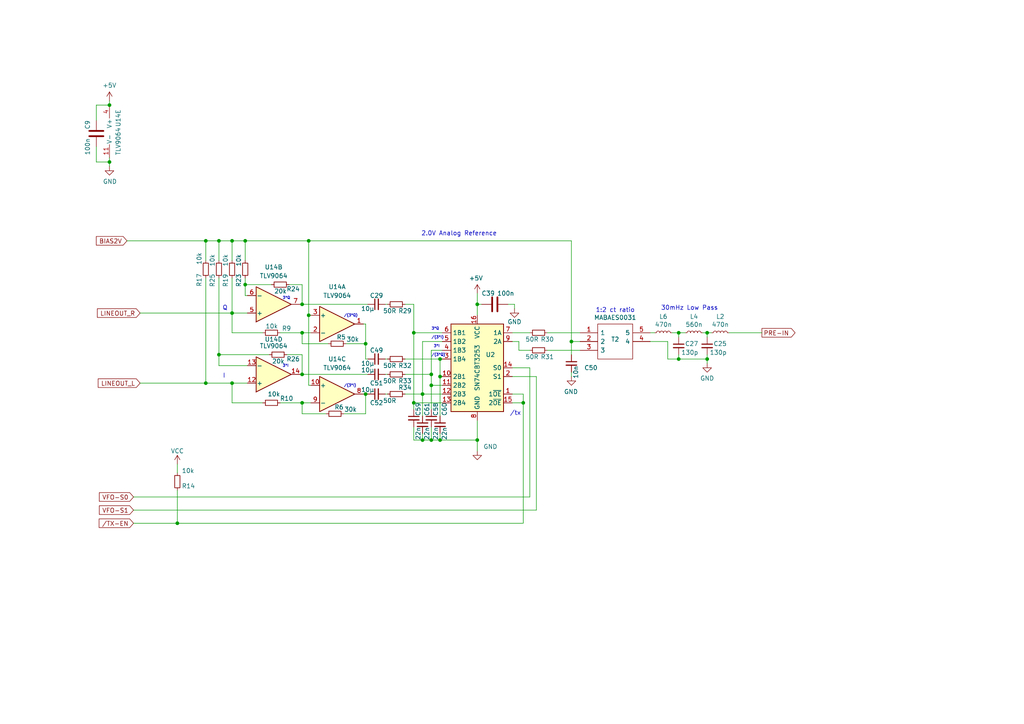
<source format=kicad_sch>
(kicad_sch (version 20230121) (generator eeschema)
  (paper "A4")
  (title_block (title "HF IQ Transceiver PiggyBack for Pi (not a hat)") (date "2024-01-21") (rev "2.0-1") (company "AE0GL: Mario P. Vano") (comment 1 "Sheet 1: Power Supplies, Headset and GPIO"))
  (lib_symbols
    (symbol "Amplifier_Operational:TLV9064" (pin_names (offset 0.127))
      (property "Reference" "U" (at 0 5.08 0))
      (property "Value" "TLV9064" (at 0 -5.08 0))
      (symbol "TLV9064_1_1"
        (polyline (pts (xy -5.08 5.08) (xy 5.08 0) (xy -5.08 -5.08) (xy -5.08 5.08)) (stroke (width 0.254)) (fill (type background)))
        (pin output line (at 7.62 0 180) (length 2.54) (name "~") (number "1"))
        (pin input line (at -7.62 -2.54 0) (length 2.54) (name "-") (number "2"))
        (pin input line (at -7.62 2.54 0) (length 2.54) (name "+") (number "3"))
      )
      (symbol "TLV9064_2_1"
        (polyline (pts (xy -5.08 5.08) (xy 5.08 0) (xy -5.08 -5.08) (xy -5.08 5.08)) (stroke (width 0.254)) (fill (type background)))
        (pin input line (at -7.62 2.54 0) (length 2.54) (name "+") (number "5"))
        (pin input line (at -7.62 -2.54 0) (length 2.54) (name "-") (number "6"))
        (pin output line (at 7.62 0 180) (length 2.54) (name "~") (number "7"))
      )
      (symbol "TLV9064_3_1"
        (polyline (pts (xy -5.08 5.08) (xy 5.08 0) (xy -5.08 -5.08) (xy -5.08 5.08)) (stroke (width 0.254)) (fill (type background)))
        (pin input line (at -7.62 2.54 0) (length 2.54) (name "+") (number "10"))
        (pin output line (at 7.62 0 180) (length 2.54) (name "~") (number "8"))
        (pin input line (at -7.62 -2.54 0) (length 2.54) (name "-") (number "9"))
      )
      (symbol "TLV9064_4_1"
        (polyline (pts (xy -5.08 5.08) (xy 5.08 0) (xy -5.08 -5.08) (xy -5.08 5.08)) (stroke (width 0.254)) (fill (type background)))
        (pin input line (at -7.62 2.54 0) (length 2.54) (name "+") (number "12"))
        (pin input line (at -7.62 -2.54 0) (length 2.54) (name "-") (number "13"))
        (pin output line (at 7.62 0 180) (length 2.54) (name "~") (number "14"))
      )
      (symbol "TLV9064_5_1"
        (pin power_in line (at -2.54 -7.62 90) (length 3.81) (name "V-") (number "11"))
        (pin power_in line (at -2.54 7.62 270) (length 3.81) (name "V+") (number "4"))
      )
    )
    (symbol "Analog_Switch:SN74CBT3253"
      (property "Reference" "U" (at -7.62 13.97 0))
      (property "Value" "SN74CBT3253" (at -11.43 -13.97 0))
      (symbol "SN74CBT3253_0_1"
        (rectangle (start -7.62 12.7) (end 7.62 -12.7) (stroke (width 0.254)) (fill (type background)))
        (rectangle (start 7.62 -12.7) (end 7.62 -12.7))
      )
      (symbol "SN74CBT3253_1_1"
        (pin input line (at -10.16 -7.62 0) (length 2.54) (name "1~{OE}") (number "1"))
        (pin bidirectional line (at 10.16 -2.54 180) (length 2.54) (name "2B1") (number "10"))
        (pin bidirectional line (at 10.16 -5.08 180) (length 2.54) (name "2B2") (number "11"))
        (pin bidirectional line (at 10.16 -7.62 180) (length 2.54) (name "2B3") (number "12"))
        (pin bidirectional line (at 10.16 -10.16 180) (length 2.54) (name "2B4") (number "13"))
        (pin input line (at -10.16 0 0) (length 2.54) (name "S0") (number "14"))
        (pin input line (at -10.16 -10.16 0) (length 2.54) (name "2~{OE}") (number "15"))
        (pin power_in line (at 0 15.24 270) (length 2.54) (name "VCC") (number "16"))
        (pin input line (at -10.16 -2.54 0) (length 2.54) (name "S1") (number "2"))
        (pin bidirectional line (at 10.16 2.54 180) (length 2.54) (name "1B4") (number "3"))
        (pin bidirectional line (at 10.16 5.08 180) (length 2.54) (name "1B3") (number "4"))
        (pin bidirectional line (at 10.16 7.62 180) (length 2.54) (name "1B2") (number "5"))
        (pin bidirectional line (at 10.16 10.16 180) (length 2.54) (name "1B1") (number "6"))
        (pin bidirectional line (at -10.16 10.16 0) (length 2.54) (name "1A") (number "7"))
        (pin power_in line (at 0 -15.24 90) (length 2.54) (name "GND") (number "8"))
        (pin bidirectional line (at -10.16 7.62 0) (length 2.54) (name "2A") (number "9"))
      )
    )
    (symbol "Device:C" (pin_numbers hide) (pin_names (offset 0.254))
      (property "Reference" "C" (at 0.635 2.54 0))
      (property "Value" "C" (at 0.635 -2.54 0))
      (symbol "C_0_1"
        (polyline (pts (xy -2.032 -0.762) (xy 2.032 -0.762)) (stroke (width 0.508)))
        (polyline (pts (xy -2.032 0.762) (xy 2.032 0.762)) (stroke (width 0.508)))
      )
      (symbol "C_1_1"
        (pin passive line (at 0 3.81 270) (length 2.794) (name "~") (number "1"))
        (pin passive line (at 0 -3.81 90) (length 2.794) (name "~") (number "2"))
      )
    )
    (symbol "Device:C_Small" (pin_numbers hide) (pin_names (offset 0.254) hide)
      (property "Reference" "C" (at 0.254 1.778 0))
      (property "Value" "C_Small" (at 0.254 -2.032 0))
      (symbol "C_Small_0_1"
        (polyline (pts (xy -1.524 -0.508) (xy 1.524 -0.508)) (stroke (width 0.3302)))
        (polyline (pts (xy -1.524 0.508) (xy 1.524 0.508)) (stroke (width 0.3048)))
      )
      (symbol "C_Small_1_1"
        (pin passive line (at 0 2.54 270) (length 2.032) (name "~") (number "1"))
        (pin passive line (at 0 -2.54 90) (length 2.032) (name "~") (number "2"))
      )
    )
    (symbol "Device:L_Small" (pin_numbers hide) (pin_names (offset 0.254) hide)
      (property "Reference" "L" (at 0.762 1.016 0))
      (property "Value" "L_Small" (at 0.762 -1.016 0))
      (symbol "L_Small_0_1"
        (arc (start 0 -2.032) (mid 0.5058 -1.524) (end 0 -1.016))
        (arc (start 0 -1.016) (mid 0.5058 -0.508) (end 0 0))
        (arc (start 0 0) (mid 0.5058 0.508) (end 0 1.016))
        (arc (start 0 1.016) (mid 0.5058 1.524) (end 0 2.032))
      )
      (symbol "L_Small_1_1"
        (pin passive line (at 0 2.54 270) (length 0.508) (name "~") (number "1"))
        (pin passive line (at 0 -2.54 90) (length 0.508) (name "~") (number "2"))
      )
    )
    (symbol "Device:R_Small" (pin_numbers hide) (pin_names (offset 0.254) hide)
      (property "Reference" "R" (at 0.762 0.508 0))
      (property "Value" "R_Small" (at 0.762 -1.016 0))
      (symbol "R_Small_0_1"
        (rectangle (start -0.762 1.778) (end 0.762 -1.778) (stroke (width 0.2032)))
      )
      (symbol "R_Small_1_1"
        (pin passive line (at 0 2.54 270) (length 0.762) (name "~") (number "1"))
        (pin passive line (at 0 -2.54 90) (length 0.762) (name "~") (number "2"))
      )
    )
    (symbol "MABAES0060:MABAES0031" (pin_names (offset 0.762))
      (property "Reference" "T" (at 16.51 7.62 0))
      (property "Value" "MABAES0031" (at 16.51 5.08 0))
      (symbol "MABAES0031_0_0"
        (pin passive line (at 20.32 0 180) (length 5.08) (name "1") (number "1"))
        (pin passive line (at 20.32 -2.54 180) (length 5.08) (name "2") (number "2"))
        (pin passive line (at 20.32 -5.08 180) (length 5.08) (name "3") (number "3"))
        (pin passive line (at 0 -2.54 0) (length 5.08) (name "4") (number "4"))
        (pin passive line (at 0 0 0) (length 5.08) (name "5") (number "5"))
      )
      (symbol "MABAES0031_0_1"
        (polyline (pts (xy 5.08 2.54) (xy 15.24 2.54) (xy 15.24 -7.62) (xy 5.08 -7.62) (xy 5.08 2.54)) (stroke (width 0.1524)))
      )
    )
    (symbol "power:+5V" (power) (pin_names (offset 0))
      (property "Value" "+5V" (at 0 3.556 0))
      (symbol "+5V_0_1"
        (polyline (pts (xy -0.762 1.27) (xy 0 2.54)))
        (polyline (pts (xy 0 0) (xy 0 2.54)))
        (polyline (pts (xy 0 2.54) (xy 0.762 1.27)))
      )
      (symbol "+5V_1_1"
        (pin power_in line (at 0 0 90) (length 0) hide (name "+5V") (number "1"))
      )
    )
    (symbol "power:GND" (power) (pin_names (offset 0))
      (property "Value" "GND" (at 0 -3.81 0))
      (symbol "GND_0_1"
        (polyline (pts (xy 0 0) (xy 0 -1.27) (xy 1.27 -1.27) (xy 0 -2.54) (xy -1.27 -1.27) (xy 0 -1.27)))
      )
      (symbol "GND_1_1"
        (pin power_in line (at 0 0 270) (length 0) hide (name "GND") (number "1"))
      )
    )
    (symbol "power:VCC" (power) (pin_names (offset 0))
      (property "Value" "VCC" (at 0 3.81 0))
      (symbol "VCC_0_1"
        (polyline (pts (xy -0.762 1.27) (xy 0 2.54)))
        (polyline (pts (xy 0 0) (xy 0 2.54)))
        (polyline (pts (xy 0 2.54) (xy 0.762 1.27)))
      )
      (symbol "VCC_1_1"
        (pin power_in line (at 0 0 90) (length 0) hide (name "VCC") (number "1"))
      )
    )
  )
  (junction (at 106.045 99.695))
  (junction (at 87.63 96.52))
  (junction (at 196.85 96.52))
  (junction (at 89.535 91.44))
  (junction (at 71.12 69.85))
  (junction (at 120.015 116.84))
  (junction (at 89.535 69.85))
  (junction (at 71.12 82.55))
  (junction (at 106.045 114.3))
  (junction (at 125.095 127.635))
  (junction (at 138.43 127.635))
  (junction (at 125.095 108.585))
  (junction (at 205.105 96.52))
  (junction (at 67.31 90.805))
  (junction (at 51.435 151.765))
  (junction (at 87.63 116.84))
  (junction (at 120.015 96.52))
  (junction (at 127.635 109.22))
  (junction (at 151.765 116.84))
  (junction (at 31.75 46.99))
  (junction (at 63.5 69.85))
  (junction (at 67.31 69.85))
  (junction (at 165.735 99.06))
  (junction (at 87.63 108.585))
  (junction (at 122.555 127.635))
  (junction (at 63.5 102.87))
  (junction (at 59.69 111.125))
  (junction (at 196.85 104.14))
  (junction (at 87.63 88.265))
  (junction (at 127.635 104.14))
  (junction (at 127.635 127.635))
  (junction (at 122.555 114.3))
  (junction (at 125.095 111.76))
  (junction (at 205.105 104.14))
  (junction (at 138.43 88.265))
  (junction (at 67.31 111.125))
  (junction (at 31.75 30.48))
  (junction (at 59.69 69.85))
  (wire (pts (xy 138.43 127.635) (xy 138.43 130.81)))
  (wire (pts (xy 168.275 99.06) (xy 165.735 99.06)))
  (wire (pts (xy 106.045 120.015) (xy 106.045 114.3)))
  (wire (pts (xy 67.31 69.85) (xy 67.31 75.565)))
  (wire (pts (xy 38.735 151.765) (xy 51.435 151.765)))
  (wire (pts (xy 59.69 69.85) (xy 59.69 75.565)))
  (wire (pts (xy 151.765 116.84) (xy 151.765 151.765)))
  (wire (pts (xy 149.225 88.265) (xy 147.32 88.265)))
  (wire (pts (xy 76.2 116.84) (xy 67.31 116.84)))
  (wire (pts (xy 83.82 82.55) (xy 87.63 82.55)))
  (wire (pts (xy 87.63 108.585) (xy 106.68 108.585)))
  (wire (pts (xy 63.5 75.565) (xy 63.5 69.85)))
  (wire (pts (xy 94.615 120.015) (xy 87.63 120.015)))
  (wire (pts (xy 71.755 111.125) (xy 67.31 111.125)))
  (wire (pts (xy 151.765 114.3) (xy 151.765 116.84)))
  (wire (pts (xy 196.85 104.14) (xy 193.675 104.14)))
  (wire (pts (xy 63.5 102.87) (xy 63.5 106.045)))
  (wire (pts (xy 196.85 97.79) (xy 196.85 96.52)))
  (wire (pts (xy 89.535 111.76) (xy 90.17 111.76)))
  (wire (pts (xy 196.85 104.14) (xy 196.85 102.87)))
  (wire (pts (xy 120.015 116.84) (xy 128.27 116.84)))
  (wire (pts (xy 71.12 85.725) (xy 71.755 85.725)))
  (wire (pts (xy 51.435 134.62) (xy 51.435 137.16)))
  (wire (pts (xy 51.435 151.765) (xy 151.765 151.765)))
  (wire (pts (xy 120.015 88.265) (xy 117.475 88.265)))
  (wire (pts (xy 106.045 104.14) (xy 106.045 99.695)))
  (wire (pts (xy 127.635 127.635) (xy 127.635 125.73)))
  (wire (pts (xy 206.375 96.52) (xy 205.105 96.52)))
  (wire (pts (xy 127.635 127.635) (xy 138.43 127.635)))
  (wire (pts (xy 106.045 114.3) (xy 105.41 114.3)))
  (wire (pts (xy 122.555 127.635) (xy 125.095 127.635)))
  (wire (pts (xy 111.76 108.585) (xy 112.395 108.585)))
  (wire (pts (xy 76.2 96.52) (xy 67.31 96.52)))
  (wire (pts (xy 120.015 123.825) (xy 120.015 127.635)))
  (wire (pts (xy 106.68 88.265) (xy 87.63 88.265)))
  (wire (pts (xy 81.28 96.52) (xy 87.63 96.52)))
  (wire (pts (xy 125.095 101.6) (xy 125.095 108.585)))
  (wire (pts (xy 122.555 127.635) (xy 122.555 125.73)))
  (wire (pts (xy 40.64 90.805) (xy 67.31 90.805)))
  (wire (pts (xy 205.105 104.14) (xy 205.105 105.41)))
  (wire (pts (xy 51.435 142.24) (xy 51.435 151.765)))
  (wire (pts (xy 112.395 104.14) (xy 111.76 104.14)))
  (wire (pts (xy 59.69 69.85) (xy 36.83 69.85)))
  (wire (pts (xy 205.105 96.52) (xy 203.835 96.52)))
  (wire (pts (xy 87.63 99.695) (xy 87.63 96.52)))
  (wire (pts (xy 120.015 88.265) (xy 120.015 96.52)))
  (wire (pts (xy 87.63 102.87) (xy 87.63 108.585)))
  (wire (pts (xy 127.635 109.22) (xy 127.635 120.65)))
  (wire (pts (xy 71.12 69.85) (xy 67.31 69.85)))
  (wire (pts (xy 78.74 82.55) (xy 71.12 82.55)))
  (wire (pts (xy 120.015 127.635) (xy 122.555 127.635)))
  (wire (pts (xy 148.59 114.3) (xy 151.765 114.3)))
  (wire (pts (xy 128.27 99.06) (xy 122.555 99.06)))
  (wire (pts (xy 89.535 91.44) (xy 89.535 111.76)))
  (wire (pts (xy 31.75 45.72) (xy 31.75 46.99)))
  (wire (pts (xy 59.69 111.125) (xy 67.31 111.125)))
  (wire (pts (xy 151.765 116.84) (xy 148.59 116.84)))
  (wire (pts (xy 27.94 42.545) (xy 27.94 46.99)))
  (wire (pts (xy 89.535 69.85) (xy 89.535 91.44)))
  (wire (pts (xy 189.865 96.52) (xy 188.595 96.52)))
  (wire (pts (xy 87.63 88.265) (xy 87.63 82.55)))
  (wire (pts (xy 150.495 99.06) (xy 148.59 99.06)))
  (wire (pts (xy 106.68 114.3) (xy 106.045 114.3)))
  (wire (pts (xy 165.735 69.85) (xy 165.735 99.06)))
  (wire (pts (xy 122.555 99.06) (xy 122.555 114.3)))
  (wire (pts (xy 59.69 80.645) (xy 59.69 111.125)))
  (wire (pts (xy 155.575 147.955) (xy 155.575 109.22)))
  (wire (pts (xy 125.095 127.635) (xy 125.095 123.825)))
  (wire (pts (xy 125.095 127.635) (xy 127.635 127.635)))
  (wire (pts (xy 153.67 106.68) (xy 148.59 106.68)))
  (wire (pts (xy 158.75 101.6) (xy 168.275 101.6)))
  (wire (pts (xy 67.31 80.645) (xy 67.31 90.805)))
  (wire (pts (xy 95.25 99.695) (xy 87.63 99.695)))
  (wire (pts (xy 63.5 80.645) (xy 63.5 102.87)))
  (wire (pts (xy 99.695 120.015) (xy 106.045 120.015)))
  (wire (pts (xy 38.735 147.955) (xy 155.575 147.955)))
  (wire (pts (xy 150.495 101.6) (xy 150.495 99.06)))
  (wire (pts (xy 117.475 108.585) (xy 125.095 108.585)))
  (wire (pts (xy 127.635 104.14) (xy 127.635 109.22)))
  (wire (pts (xy 81.28 116.84) (xy 87.63 116.84)))
  (wire (pts (xy 27.94 46.99) (xy 31.75 46.99)))
  (wire (pts (xy 205.105 104.14) (xy 196.85 104.14)))
  (wire (pts (xy 31.75 29.21) (xy 31.75 30.48)))
  (wire (pts (xy 205.105 102.87) (xy 205.105 104.14)))
  (wire (pts (xy 122.555 114.3) (xy 117.475 114.3)))
  (wire (pts (xy 106.045 93.98) (xy 105.41 93.98)))
  (wire (pts (xy 27.94 30.48) (xy 31.75 30.48)))
  (wire (pts (xy 125.095 111.76) (xy 128.27 111.76)))
  (wire (pts (xy 90.17 91.44) (xy 89.535 91.44)))
  (wire (pts (xy 205.105 97.79) (xy 205.105 96.52)))
  (wire (pts (xy 122.555 114.3) (xy 128.27 114.3)))
  (wire (pts (xy 63.5 69.85) (xy 59.69 69.85)))
  (wire (pts (xy 40.64 111.125) (xy 59.69 111.125)))
  (wire (pts (xy 120.015 96.52) (xy 120.015 116.84)))
  (wire (pts (xy 27.94 34.925) (xy 27.94 30.48)))
  (wire (pts (xy 153.67 101.6) (xy 150.495 101.6)))
  (wire (pts (xy 86.995 88.265) (xy 87.63 88.265)))
  (wire (pts (xy 67.31 90.805) (xy 67.31 96.52)))
  (wire (pts (xy 71.12 80.645) (xy 71.12 82.55)))
  (wire (pts (xy 67.31 116.84) (xy 67.31 111.125)))
  (wire (pts (xy 83.185 102.87) (xy 87.63 102.87)))
  (wire (pts (xy 90.17 116.84) (xy 87.63 116.84)))
  (wire (pts (xy 86.995 108.585) (xy 87.63 108.585)))
  (wire (pts (xy 196.85 96.52) (xy 194.945 96.52)))
  (wire (pts (xy 120.015 116.84) (xy 120.015 118.745)))
  (wire (pts (xy 139.7 88.265) (xy 138.43 88.265)))
  (wire (pts (xy 165.735 102.87) (xy 165.735 99.06)))
  (wire (pts (xy 138.43 85.09) (xy 138.43 88.265)))
  (wire (pts (xy 106.045 99.695) (xy 106.045 93.98)))
  (wire (pts (xy 138.43 88.265) (xy 138.43 91.44)))
  (wire (pts (xy 106.68 104.14) (xy 106.045 104.14)))
  (wire (pts (xy 220.98 96.52) (xy 211.455 96.52)))
  (wire (pts (xy 149.225 89.535) (xy 149.225 88.265)))
  (wire (pts (xy 128.27 101.6) (xy 125.095 101.6)))
  (wire (pts (xy 125.095 108.585) (xy 125.095 111.76)))
  (wire (pts (xy 87.63 96.52) (xy 90.17 96.52)))
  (wire (pts (xy 127.635 109.22) (xy 128.27 109.22)))
  (wire (pts (xy 89.535 69.85) (xy 71.12 69.85)))
  (wire (pts (xy 71.12 82.55) (xy 71.12 85.725)))
  (wire (pts (xy 31.75 46.99) (xy 31.75 48.26)))
  (wire (pts (xy 193.675 99.06) (xy 188.595 99.06)))
  (wire (pts (xy 71.12 75.565) (xy 71.12 69.85)))
  (wire (pts (xy 153.67 144.145) (xy 153.67 106.68)))
  (wire (pts (xy 78.105 102.87) (xy 63.5 102.87)))
  (wire (pts (xy 128.27 104.14) (xy 127.635 104.14)))
  (wire (pts (xy 67.31 69.85) (xy 63.5 69.85)))
  (wire (pts (xy 67.31 90.805) (xy 71.755 90.805)))
  (wire (pts (xy 127.635 104.14) (xy 117.475 104.14)))
  (wire (pts (xy 138.43 121.92) (xy 138.43 127.635)))
  (wire (pts (xy 100.33 99.695) (xy 106.045 99.695)))
  (wire (pts (xy 112.395 88.265) (xy 111.76 88.265)))
  (wire (pts (xy 155.575 109.22) (xy 148.59 109.22)))
  (wire (pts (xy 198.755 96.52) (xy 196.85 96.52)))
  (wire (pts (xy 122.555 120.65) (xy 122.555 114.3)))
  (wire (pts (xy 63.5 106.045) (xy 71.755 106.045)))
  (wire (pts (xy 125.095 118.745) (xy 125.095 111.76)))
  (wire (pts (xy 112.395 114.3) (xy 111.76 114.3)))
  (wire (pts (xy 148.59 96.52) (xy 153.67 96.52)))
  (wire (pts (xy 165.735 69.85) (xy 89.535 69.85)))
  (wire (pts (xy 165.735 109.22) (xy 165.735 107.95)))
  (wire (pts (xy 158.75 96.52) (xy 168.275 96.52)))
  (wire (pts (xy 87.63 116.84) (xy 87.63 120.015)))
  (wire (pts (xy 38.735 144.145) (xy 153.67 144.145)))
  (wire (pts (xy 128.27 96.52) (xy 120.015 96.52)))
  (wire (pts (xy 193.675 104.14) (xy 193.675 99.06)))
  (text "3*Q" (at 125.095 95.885 0) (effects (font (size 0.762 0.762)) (justify left bottom)))
  (text "2.0V Analog Reference" (at 144.145 68.58 0) (effects (font (size 1.27 1.27)) (justify right bottom)))
  (text "3*I" (at 81.915 106.68 0) (effects (font (size 0.762 0.762)) (justify left bottom)))
  (text "Q" (at 66.04 90.17 0) (effects (font (size 1.27 1.27)) (justify right bottom)))
  (text "1:2 ct ratio" (at 184.15 90.805 0) (effects (font (size 1.27 1.27)) (justify right bottom)))
  (text "/(3*Q)" (at 125.095 103.505 0) (effects (font (size 0.762 0.762)) (justify left bottom)))
  (text "30mHz Low Pass" (at 208.28 90.17 0) (effects (font (size 1.27 1.27)) (justify right bottom)))
  (text "3*Q" (at 81.915 86.995 0) (effects (font (size 0.762 0.762)) (justify left bottom)))
  (text "I" (at 65.405 109.855 0) (effects (font (size 1.27 1.27)) (justify right bottom)))
  (text "/(3*Q)" (at 99.695 92.075 0) (effects (font (size 0.762 0.762)) (justify left bottom)))
  (text "/tx" (at 151.13 120.65 0) (effects (font (size 1.27 1.27)) (justify right bottom)))
  (text "3*I" (at 125.73 100.965 0) (effects (font (size 0.762 0.762)) (justify left bottom)))
  (text "/(3*I)" (at 99.695 112.395 0) (effects (font (size 0.762 0.762)) (justify left bottom)))
  (text "/(3*I)" (at 125.095 98.425 0) (effects (font (size 0.762 0.762)) (justify left bottom)))
  (global_label "VFO-S0" (shape input) (at 38.735 144.145 180) (property "Intersheetrefs" "${INTERSHEET_REFS}" (effects hide)))
  (global_label "LINEOUT_R" (shape input) (at 40.64 90.805 180) (property "Intersheetrefs" "${INTERSHEET_REFS}" (effects hide)))
  (global_label "LINEOUT_L" (shape input) (at 40.64 111.125 180) (property "Intersheetrefs" "${INTERSHEET_REFS}" (effects hide)))
  (global_label "{slash}TX-EN" (shape input) (at 38.735 151.765 180) (property "Intersheetrefs" "${INTERSHEET_REFS}" (effects hide)))
  (global_label "PRE-IN" (shape output) (at 220.98 96.52 0) (property "Intersheetrefs" "${INTERSHEET_REFS}" (effects hide)))
  (global_label "VFO-S1" (shape input) (at 38.735 147.955 180) (property "Intersheetrefs" "${INTERSHEET_REFS}" (effects hide)))
  (global_label "BIAS2V" (shape input) (at 36.83 69.85 180) (property "Intersheetrefs" "${INTERSHEET_REFS}" (effects hide)))
  (symbol (lib_id "Device:R_Small") (at 78.74 116.84 90) (unit 1)
    (property "Reference" "R10" (at 85.09 115.57 90) (effects (justify left)))
    (property "Value" "10k" (at 81.28 114.3 90) (effects (justify left)))
    (property "Footprint" "Resistor_SMD:R_0603_1608Metric" (effects hide))
    (property "DigiKey Part Number" "RMCF0603FT10K0CT-ND" (effects hide))
    (property "Description" "RES 10K OHM 1% 1/10W 0603" (effects hide))
    (property "Manufacturer_Part_Number" "RMCF0603FT10K0" (effects hide))
    (property "Manufacturer_Name" "Stackpole Electronics Inc" (effects hide))
  )
  (symbol (lib_id "Amplifier_Operational:TLV9064") (at 79.375 88.265 0) (mirror x) (unit 2)
    (property "Reference" "U14" (at 79.375 77.47 0))
    (property "Value" "TLV9064" (at 79.375 80.01 0))
    (property "Footprint" "Package_SO:SO-14_3.9x8.65mm_P1.27mm" (effects hide))
    (property "Datasheet" "https://www.ti.com/lit/ds/symlink/tlv9064.pdf" (effects hide))
    (property "DigiKey Part Number" "296-50014-1-ND" (effects hide))
    (property "Description" "CMOS Amplifier 4 Circuit Rail-to-Rail 14-TSSOP" (effects hide))
    (property "Manufacturer_Part_Number" "TLV9064IPWR" (effects hide))
    (property "Manufacturer_Name" "Texas Instruments" (effects hide))
  )
  (symbol (lib_id "Device:R_Small") (at 114.935 108.585 90) (mirror x) (unit 1)
    (property "Reference" "R33" (at 117.475 110.49 90))
    (property "Value" "50R" (at 113.03 110.49 90))
    (property "Footprint" "Resistor_SMD:R_0603_1608Metric" (effects hide))
    (property "DigiKey Part Number" "RMCF0603FT51R0CT-ND" (effects hide))
    (property "Description" "RES 51 OHM 1% 1/10W 0603" (effects hide))
    (property "Manufacturer_Part_Number" "RMCF0603FT51R0" (effects hide))
    (property "Manufacturer_Name" "Stackpole Electronics Inc" (effects hide))
  )
  (symbol (lib_id "Device:R_Small") (at 71.12 78.105 180) (unit 1)
    (property "Reference" "R23" (at 69.215 79.375 90) (effects (justify left)))
    (property "Value" "10k" (at 69.215 73.66 90) (effects (justify left)))
    (property "Footprint" "Resistor_SMD:R_0603_1608Metric" (effects hide))
    (property "DigiKey Part Number" "RMCF0603FT10K0CT-ND" (effects hide))
    (property "Description" "RES 10K OHM 1% 1/10W 0603" (effects hide))
    (property "Manufacturer_Part_Number" "RMCF0603FT10K0" (effects hide))
    (property "Manufacturer_Name" "Stackpole Electronics Inc" (effects hide))
  )
  (symbol (lib_id "Device:R_Small") (at 156.21 96.52 90) (mirror x) (unit 1)
    (property "Reference" "R30" (at 158.75 98.425 90))
    (property "Value" "50R" (at 154.305 98.425 90))
    (property "Footprint" "Resistor_SMD:R_0603_1608Metric" (effects hide))
    (property "DigiKey Part Number" "RMCF0603FT51R0CT-ND" (effects hide))
    (property "Description" "RES 51 OHM 1% 1/10W 0603" (effects hide))
    (property "Manufacturer_Part_Number" "RMCF0603FT51R0" (effects hide))
    (property "Manufacturer_Name" "Stackpole Electronics Inc" (effects hide))
  )
  (symbol (lib_id "power:GND") (at 205.105 105.41 0) (mirror y) (unit 1)
    (property "Reference" "#PWR01" (effects hide))
    (property "Value" "GND" (at 205.105 109.728 0))
  )
  (symbol (lib_id "Device:R_Small") (at 114.935 114.3 90) (mirror x) (unit 1)
    (property "Reference" "R34" (at 117.475 112.395 90))
    (property "Value" "50R" (at 113.03 116.205 90))
    (property "Footprint" "Resistor_SMD:R_0603_1608Metric" (effects hide))
    (property "DigiKey Part Number" "RMCF0603FT51R0CT-ND" (effects hide))
    (property "Description" "RES 51 OHM 1% 1/10W 0603" (effects hide))
    (property "Manufacturer_Part_Number" "RMCF0603FT51R0" (effects hide))
    (property "Manufacturer_Name" "Stackpole Electronics Inc" (effects hide))
  )
  (symbol (lib_id "Device:C_Small") (at 125.095 121.285 0) (mirror y) (unit 1)
    (property "Reference" "C58" (at 126.365 120.65 90) (effects (justify left)))
    (property "Value" "22n" (at 126.365 127.635 90) (effects (justify left)))
    (property "Footprint" "Capacitor_SMD:C_0603_1608Metric" (effects hide))
    (property "DigiKey Part Number" "490-GRM188R71E224JA88DCT-ND" (effects hide))
    (property "Manufacturer_Part_Number" "GRM188R71E224JA88D" (effects hide))
    (property "Description" "CAP CER 0.22UF 25V X7R 0603" (effects hide))
    (property "Manufacturer_Name" "Murata Electronics" (effects hide))
  )
  (symbol (lib_id "power:GND") (at 149.225 89.535 0) (mirror y) (unit 1)
    (property "Reference" "#PWR07" (effects hide))
    (property "Value" "GND" (at 149.225 93.345 0))
  )
  (symbol (lib_id "Device:R_Small") (at 80.645 102.87 90) (unit 1)
    (property "Reference" "R26" (at 86.995 104.14 90) (effects (justify left)))
    (property "Value" "20k" (at 82.55 104.775 90) (effects (justify left)))
    (property "Footprint" "Resistor_SMD:R_0603_1608Metric" (effects hide))
    (property "DigiKey Part Number" "RMCF0603FT20K0CT-ND" (effects hide))
    (property "Description" "RES 20K OHM 1% 1/10W 0603" (effects hide))
    (property "Manufacturer_Part_Number" "RMCF0603FT20K0" (effects hide))
    (property "Manufacturer_Name" "Stackpole Electronics Inc" (effects hide))
  )
  (symbol (lib_id "Device:R_Small") (at 63.5 78.105 180) (unit 1)
    (property "Reference" "R25" (at 61.595 79.375 90) (effects (justify left)))
    (property "Value" "10k" (at 61.595 73.66 90) (effects (justify left)))
    (property "Footprint" "Resistor_SMD:R_0603_1608Metric" (effects hide))
    (property "DigiKey Part Number" "RMCF0603FT10K0CT-ND" (effects hide))
    (property "Description" "RES 10K OHM 1% 1/10W 0603" (effects hide))
    (property "Manufacturer_Part_Number" "RMCF0603FT10K0" (effects hide))
    (property "Manufacturer_Name" "Stackpole Electronics Inc" (effects hide))
  )
  (symbol (lib_id "power:+5V") (at 138.43 85.09 0) (mirror y) (unit 1)
    (property "Reference" "#PWR020" (effects hide))
    (property "Value" "+5V" (at 138.049 80.6958 0))
  )
  (symbol (lib_id "Device:C") (at 143.51 88.265 90) (unit 1)
    (property "Reference" "C39" (at 141.605 85.09 90))
    (property "Value" "100n" (at 146.685 85.09 90))
    (property "Footprint" "Capacitor_SMD:C_0603_1608Metric" (effects hide))
    (property "DigiKey Part Number" "1276-1033-1-ND" (effects hide))
    (property "Manufacturer_Part_Number" "CL10B104JB8NNNC" (effects hide))
    (property "Description" "0.1 µF ±5% 50V Ceramic Capacitor X7R 0603 (1608 Metric)" (effects hide))
    (property "Manufacturer_Name" "Samsung Electro-Mechanics" (effects hide))
  )
  (symbol (lib_id "power:GND") (at 165.735 109.22 0) (mirror y) (unit 1)
    (property "Reference" "#PWR05" (effects hide))
    (property "Value" "GND" (at 165.608 113.6142 0))
  )
  (symbol (lib_id "Device:C_Small") (at 120.015 121.285 0) (mirror y) (unit 1)
    (property "Reference" "C59" (at 121.285 120.65 90) (effects (justify left)))
    (property "Value" "22n" (at 121.285 127.635 90) (effects (justify left)))
    (property "Footprint" "Capacitor_SMD:C_0603_1608Metric" (effects hide))
    (property "DigiKey Part Number" "490-GRM188R71E224JA88DCT-ND" (effects hide))
    (property "Manufacturer_Part_Number" "GRM188R71E224JA88D" (effects hide))
    (property "Description" "CAP CER 0.22UF 25V X7R 0603" (effects hide))
    (property "Manufacturer_Name" "Murata Electronics" (effects hide))
  )
  (symbol (lib_id "Device:R_Small") (at 67.31 78.105 180) (unit 1)
    (property "Reference" "R19" (at 65.405 79.375 90) (effects (justify left)))
    (property "Value" "10k" (at 65.405 73.66 90) (effects (justify left)))
    (property "Footprint" "Resistor_SMD:R_0603_1608Metric" (effects hide))
    (property "DigiKey Part Number" "RMCF0603FT10K0CT-ND" (effects hide))
    (property "Description" "RES 10K OHM 1% 1/10W 0603" (effects hide))
    (property "Manufacturer_Part_Number" "RMCF0603FT10K0" (effects hide))
    (property "Manufacturer_Name" "Stackpole Electronics Inc" (effects hide))
  )
  (symbol (lib_id "Device:C_Small") (at 127.635 123.19 0) (mirror y) (unit 1)
    (property "Reference" "C60" (at 128.905 120.65 90) (effects (justify left)))
    (property "Value" "22n" (at 128.905 127.635 90) (effects (justify left)))
    (property "Footprint" "Capacitor_SMD:C_0603_1608Metric" (effects hide))
    (property "DigiKey Part Number" "490-GRM188R71E224JA88DCT-ND" (effects hide))
    (property "Manufacturer_Part_Number" "GRM188R71E224JA88D" (effects hide))
    (property "Description" "CAP CER 0.22UF 25V X7R 0603" (effects hide))
    (property "Manufacturer_Name" "Murata Electronics" (effects hide))
  )
  (symbol (lib_id "Device:R_Small") (at 59.69 78.105 0) (unit 1)
    (property "Reference" "R17" (at 57.785 83.185 90) (effects (justify left)))
    (property "Value" "10k" (at 57.785 76.835 90) (effects (justify left)))
    (property "Footprint" "Resistor_SMD:R_0603_1608Metric" (effects hide))
    (property "DigiKey Part Number" "RMCF0603FT10K0CT-ND" (effects hide))
    (property "Description" "RES 10K OHM 1% 1/10W 0603" (effects hide))
    (property "Manufacturer_Part_Number" "RMCF0603FT10K0" (effects hide))
    (property "Manufacturer_Name" "Stackpole Electronics Inc" (effects hide))
  )
  (symbol (lib_id "Amplifier_Operational:TLV9064") (at 97.79 93.98 0) (unit 1)
    (property "Reference" "U14" (at 97.79 83.185 0))
    (property "Value" "TLV9064" (at 97.79 85.725 0))
    (property "Footprint" "Package_SO:SO-14_3.9x8.65mm_P1.27mm" (effects hide))
    (property "Datasheet" "https://www.ti.com/lit/ds/symlink/tlv9064.pdf" (effects hide))
    (property "DigiKey Part Number" "296-50014-1-ND" (effects hide))
    (property "Description" "CMOS Amplifier 4 Circuit Rail-to-Rail 14-TSSOP" (effects hide))
    (property "Manufacturer_Part_Number" "TLV9064IPWR" (effects hide))
    (property "Manufacturer_Name" "Texas Instruments" (effects hide))
  )
  (symbol (lib_id "Device:R_Small") (at 51.435 139.7 0) (mirror x) (unit 1)
    (property "Reference" "R14" (at 52.705 140.97 0) (effects (justify left)))
    (property "Value" "10k" (at 52.705 136.525 0) (effects (justify left)))
    (property "Footprint" "Resistor_SMD:R_0603_1608Metric" (effects hide))
    (property "DigiKey Part Number" "RMCF0603FT10K0CT-ND" (effects hide))
    (property "Description" "RES 10K OHM 1% 1/10W 0603" (effects hide))
    (property "Manufacturer_Part_Number" "RMCF0603FT10K0" (effects hide))
    (property "Manufacturer_Name" "Stackpole Electronics Inc" (effects hide))
  )
  (symbol (lib_id "Device:C_Small") (at 109.22 108.585 90) (mirror x) (unit 1)
    (property "Reference" "C51" (at 109.22 111.125 90))
    (property "Value" "10µ" (at 106.68 107.315 90))
    (property "Footprint" "Capacitor_SMD:C_0603_1608Metric" (effects hide))
    (property "DigiKey Part Number" "1276-1038-1-ND" (effects hide))
    (property "Manufacturer_Part_Number" "CL10A106KQ8NNNC" (effects hide))
    (property "Description" "10 µF ±10% 6.3V Ceramic Capacitor X5R 0603 (1608 Metric)" (effects hide))
    (property "Manufacturer_Name" "Samsung Electro-Mechanics" (effects hide))
  )
  (symbol (lib_id "Device:C_Small") (at 109.22 88.265 90) (mirror x) (unit 1)
    (property "Reference" "C29" (at 109.22 85.725 90))
    (property "Value" "10µ" (at 106.68 89.535 90))
    (property "Footprint" "Capacitor_SMD:C_0603_1608Metric" (effects hide))
    (property "DigiKey Part Number" "1276-1038-1-ND" (effects hide))
    (property "Manufacturer_Part_Number" "CL10A106KQ8NNNC" (effects hide))
    (property "Description" "10 µF ±10% 6.3V Ceramic Capacitor X5R 0603 (1608 Metric)" (effects hide))
    (property "Manufacturer_Name" "Samsung Electro-Mechanics" (effects hide))
  )
  (symbol (lib_id "Device:C_Small") (at 122.555 123.19 0) (mirror y) (unit 1)
    (property "Reference" "C61" (at 123.825 120.65 90) (effects (justify left)))
    (property "Value" "22n" (at 123.825 127.635 90) (effects (justify left)))
    (property "Footprint" "Capacitor_SMD:C_0603_1608Metric" (effects hide))
    (property "DigiKey Part Number" "490-GRM188R71E224JA88DCT-ND" (effects hide))
    (property "Manufacturer_Part_Number" "GRM188R71E224JA88D" (effects hide))
    (property "Description" "CAP CER 0.22UF 25V X7R 0603" (effects hide))
    (property "Manufacturer_Name" "Murata Electronics" (effects hide))
  )
  (symbol (lib_id "Amplifier_Operational:TLV9064") (at 34.29 38.1 0) (unit 5)
    (property "Reference" "U14" (at 34.29 36.8299 90) (effects (justify left)))
    (property "Value" "TLV9064" (at 34.29 45.0849 90) (effects (justify left)))
    (property "Footprint" "Package_SO:SO-14_3.9x8.65mm_P1.27mm" (effects hide))
    (property "Datasheet" "https://www.ti.com/lit/ds/symlink/tlv9064.pdf" (effects hide))
    (property "DigiKey Part Number" "296-50014-1-ND" (effects hide))
    (property "Description" "CMOS Amplifier 4 Circuit Rail-to-Rail 14-TSSOP" (effects hide))
    (property "Manufacturer_Part_Number" "TLV9064IPWR" (effects hide))
    (property "Manufacturer_Name" "Texas Instruments" (effects hide))
  )
  (symbol (lib_id "Analog_Switch:SN74CBT3253") (at 138.43 106.68 0) (mirror y) (unit 1)
    (property "Reference" "U2" (at 142.24 102.87 0))
    (property "Value" "SN74CBT3253" (at 138.43 106.68 90))
    (property "Footprint" "Package_SO:SOIC-16_3.9x9.9mm_P1.27mm" (effects hide))
    (property "Datasheet" "http://www.ti.com/lit/gpn/sn74cbt3253" (effects hide))
    (property "DigiKey Part Number" "296-33866-5-ND" (effects hide))
    (property "Description" "IC MUX/DEMUX 2 X 4:1 16SOIC" (effects hide))
    (property "Manufacturer_Name" "Texas Instruments" (effects hide))
    (property "Manufacturer_Part_Number" "SN74CBT3253CD" (effects hide))
  )
  (symbol (lib_id "Device:C") (at 27.94 38.735 0) (mirror y) (unit 1)
    (property "Reference" "C9" (at 25.4 36.195 90))
    (property "Value" "100n" (at 25.4 42.545 90))
    (property "Footprint" "Capacitor_SMD:C_0603_1608Metric" (effects hide))
    (property "DigiKey Part Number" "1276-1033-1-ND" (effects hide))
    (property "Manufacturer_Part_Number" "CL10B104JB8NNNC" (effects hide))
    (property "Description" "0.1 µF ±5% 50V Ceramic Capacitor X7R 0603 (1608 Metric)" (effects hide))
    (property "Manufacturer_Name" "Samsung Electro-Mechanics" (effects hide))
  )
  (symbol (lib_id "Device:C_Small") (at 109.22 104.14 90) (mirror x) (unit 1)
    (property "Reference" "C49" (at 109.22 101.6 90))
    (property "Value" "10µ" (at 106.68 105.41 90))
    (property "Footprint" "Capacitor_SMD:C_0603_1608Metric" (effects hide))
    (property "DigiKey Part Number" "1276-1038-1-ND" (effects hide))
    (property "Manufacturer_Part_Number" "CL10A106KQ8NNNC" (effects hide))
    (property "Description" "10 µF ±10% 6.3V Ceramic Capacitor X5R 0603 (1608 Metric)" (effects hide))
    (property "Manufacturer_Name" "Samsung Electro-Mechanics" (effects hide))
  )
  (symbol (lib_id "Device:R_Small") (at 78.74 96.52 90) (unit 1)
    (property "Reference" "R9" (at 84.455 95.25 90) (effects (justify left)))
    (property "Value" "10k" (at 80.645 94.615 90) (effects (justify left)))
    (property "Footprint" "Resistor_SMD:R_0603_1608Metric" (effects hide))
    (property "DigiKey Part Number" "RMCF0603FT10K0CT-ND" (effects hide))
    (property "Description" "RES 10K OHM 1% 1/10W 0603" (effects hide))
    (property "Manufacturer_Part_Number" "RMCF0603FT10K0" (effects hide))
    (property "Manufacturer_Name" "Stackpole Electronics Inc" (effects hide))
  )
  (symbol (lib_id "Device:C_Small") (at 196.85 100.33 0) (mirror y) (unit 1)
    (property "Reference" "C27" (at 202.565 99.695 0) (effects (justify left)))
    (property "Value" "130p" (at 202.565 102.235 0) (effects (justify left)))
    (property "Footprint" "Capacitor_SMD:C_0603_1608Metric" (effects hide))
    (property "DigiKey Part Number" "399-15363-1-ND" (effects hide))
    (property "Description" "CAP CER 130PF 50V NP0 0603" (effects hide))
    (property "Manufacturer_Name" "KEMET" (effects hide))
    (property "Manufacturer_Part_Number" "C0603C131J5GAC7867" (effects hide))
  )
  (symbol (lib_id "Device:R_Small") (at 81.28 82.55 90) (unit 1)
    (property "Reference" "R24" (at 86.995 83.82 90) (effects (justify left)))
    (property "Value" "20k" (at 83.185 84.455 90) (effects (justify left)))
    (property "Footprint" "Resistor_SMD:R_0603_1608Metric" (effects hide))
    (property "DigiKey Part Number" "RMCF0603FT20K0CT-ND" (effects hide))
    (property "Description" "RES 20K OHM 1% 1/10W 0603" (effects hide))
    (property "Manufacturer_Part_Number" "RMCF0603FT20K0" (effects hide))
    (property "Manufacturer_Name" "Stackpole Electronics Inc" (effects hide))
  )
  (symbol (lib_id "power:+5V") (at 31.75 29.21 0) (unit 1)
    (property "Reference" "#PWR06" (effects hide))
    (property "Value" "+5V" (at 31.75 24.765 0))
  )
  (symbol (lib_id "Device:R_Small") (at 114.935 88.265 90) (mirror x) (unit 1)
    (property "Reference" "R29" (at 117.475 90.17 90))
    (property "Value" "50R" (at 113.03 90.17 90))
    (property "Footprint" "Resistor_SMD:R_0603_1608Metric" (effects hide))
    (property "DigiKey Part Number" "RMCF0603FT51R0CT-ND" (effects hide))
    (property "Description" "RES 51 OHM 1% 1/10W 0603" (effects hide))
    (property "Manufacturer_Part_Number" "RMCF0603FT51R0" (effects hide))
    (property "Manufacturer_Name" "Stackpole Electronics Inc" (effects hide))
  )
  (symbol (lib_id "Device:L_Small") (at 192.405 96.52 90) (unit 1)
    (property "Reference" "L6" (at 192.405 91.821 90))
    (property "Value" "470n" (at 192.405 94.1324 90))
    (property "Footprint" "Inductor_SMD:L_0603_1608Metric" (effects hide))
    (property "DigiKey Part Number" "445-16967-1-ND" (effects hide))
    (property "Description" "FIXED IND 470NH 100MA 950MOHM SM" (effects hide))
    (property "Manufacturer_Part_Number" "MLF1608DR47JTD25" (effects hide))
    (property "Manufacturer_Name" "TDK Corporation" (effects hide))
  )
  (symbol (lib_id "Device:C_Small") (at 165.735 105.41 0) (mirror y) (unit 1)
    (property "Reference" "C50" (at 173.355 106.68 0) (effects (justify left)))
    (property "Value" "10n" (at 167.005 109.855 90) (effects (justify left)))
    (property "Footprint" "Capacitor_SMD:C_0603_1608Metric" (effects hide))
    (property "DigiKey Part Number" "720-1375-1-ND " (effects hide))
    (property "Manufacturer_Name" "Vishay Vitramon" (effects hide))
    (property "Manufacturer_Part_Number" "VJ0603Y103JXAAC" (effects hide))
    (property "Description" "10000 pF ±5% 50V Ceramic Capacitor X7R 0603 (1608 Metric)" (effects hide))
  )
  (symbol (lib_id "Amplifier_Operational:TLV9064") (at 97.79 114.3 0) (unit 3)
    (property "Reference" "U14" (at 97.79 104.14 0))
    (property "Value" "TLV9064" (at 97.79 106.68 0))
    (property "Footprint" "Package_SO:SO-14_3.9x8.65mm_P1.27mm" (effects hide))
    (property "Datasheet" "https://www.ti.com/lit/ds/symlink/tlv9064.pdf" (effects hide))
    (property "DigiKey Part Number" "296-50014-1-ND" (effects hide))
    (property "Description" "CMOS Amplifier 4 Circuit Rail-to-Rail 14-TSSOP" (effects hide))
    (property "Manufacturer_Part_Number" "TLV9064IPWR" (effects hide))
    (property "Manufacturer_Name" "Texas Instruments" (effects hide))
  )
  (symbol (lib_id "Device:R_Small") (at 97.155 120.015 90) (unit 1)
    (property "Reference" "R6" (at 99.695 118.11 90) (effects (justify left)))
    (property "Value" "30k" (at 103.505 118.745 90) (effects (justify left)))
    (property "Footprint" "Resistor_SMD:R_0603_1608Metric" (effects hide))
    (property "DigiKey Part Number" "RMCF0603FT30K0CT-ND" (effects hide))
    (property "Description" "RES 30K OHM 1% 1/10W 0603" (effects hide))
    (property "Manufacturer_Part_Number" "RMCF0603FT30K0" (effects hide))
    (property "Manufacturer_Name" "Stackpole Electronics Inc" (effects hide))
  )
  (symbol (lib_id "MABAES0060:MABAES0031") (at 188.595 96.52 0) (mirror y) (unit 1)
    (property "Reference" "T2" (at 178.435 98.425 0))
    (property "Value" "MABAES0031" (at 178.435 92.1004 0))
    (property "Footprint" "radiohead:Transformer_MACOM_MABAES00031CT" (effects hide))
    (property "Datasheet" "https://cdn.macom.com/datasheets/MABAES0060.pdf" (effects hide))
    (property "Description" "Audio Transformers / Signal Transformers .3-200MHz IL 1.5dB Impedance Ratio 1:4" (effects hide))
    (property "Height" "3.8" (effects hide))
    (property "Manufacturer_Name" "MACOM" (effects hide))
    (property "Manufacturer_Part_Number" "MABAES0031CT" (effects hide))
    (property "Mouser Part Number" "1464-MABAES0031-CT" (effects hide))
    (property "DigiKey Part Number" "1465-MABAES0031CT-ND" (effects hide))
  )
  (symbol (lib_id "Device:C_Small") (at 109.22 114.3 90) (mirror x) (unit 1)
    (property "Reference" "C52" (at 109.22 116.84 90))
    (property "Value" "10µ" (at 106.68 113.03 90))
    (property "Footprint" "Capacitor_SMD:C_0603_1608Metric" (effects hide))
    (property "DigiKey Part Number" "1276-1038-1-ND" (effects hide))
    (property "Manufacturer_Part_Number" "CL10A106KQ8NNNC" (effects hide))
    (property "Description" "10 µF ±10% 6.3V Ceramic Capacitor X5R 0603 (1608 Metric)" (effects hide))
    (property "Manufacturer_Name" "Samsung Electro-Mechanics" (effects hide))
  )
  (symbol (lib_id "Device:L_Small") (at 208.915 96.52 90) (unit 1)
    (property "Reference" "L2" (at 208.915 91.821 90))
    (property "Value" "470n" (at 208.915 94.1324 90))
    (property "Footprint" "Inductor_SMD:L_0603_1608Metric" (effects hide))
    (property "DigiKey Part Number" "445-16967-1-ND" (effects hide))
    (property "Description" "FIXED IND 470NH 100MA 950MOHM SM" (effects hide))
    (property "Manufacturer_Part_Number" "MLF1608DR47JTD25" (effects hide))
    (property "Manufacturer_Name" "TDK Corporation" (effects hide))
  )
  (symbol (lib_id "Device:L_Small") (at 201.295 96.52 90) (unit 1)
    (property "Reference" "L4" (at 201.295 91.821 90))
    (property "Value" "560n" (at 201.295 94.1324 90))
    (property "Footprint" "Inductor_SMD:L_0603_1608Metric" (effects hide))
    (property "DigiKey Part Number" "445-174193-1-ND" (effects hide))
    (property "Description" "FIXED IND 560NH 400MA 520MOHM SM" (effects hide))
    (property "Manufacturer_Part_Number" "MLJ1608WR56JT000" (effects hide))
    (property "Manufacturer_Name" "TDK Corporation" (effects hide))
  )
  (symbol (lib_id "power:VCC") (at 51.435 134.62 0) (unit 1)
    (property "Reference" "#PWR09" (effects hide))
    (property "Value" "VCC" (at 51.435 130.81 0))
  )
  (symbol (lib_id "Device:R_Small") (at 114.935 104.14 90) (mirror x) (unit 1)
    (property "Reference" "R32" (at 117.475 106.045 90))
    (property "Value" "50R" (at 113.03 106.045 90))
    (property "Footprint" "Resistor_SMD:R_0603_1608Metric" (effects hide))
    (property "DigiKey Part Number" "RMCF0603FT51R0CT-ND" (effects hide))
    (property "Description" "RES 51 OHM 1% 1/10W 0603" (effects hide))
    (property "Manufacturer_Part_Number" "RMCF0603FT51R0" (effects hide))
    (property "Manufacturer_Name" "Stackpole Electronics Inc" (effects hide))
  )
  (symbol (lib_id "Device:C_Small") (at 205.105 100.33 0) (mirror y) (unit 1)
    (property "Reference" "C25" (at 210.82 99.695 0) (effects (justify left)))
    (property "Value" "130p" (at 210.82 102.235 0) (effects (justify left)))
    (property "Footprint" "Capacitor_SMD:C_0603_1608Metric" (effects hide))
    (property "DigiKey Part Number" "399-15363-1-ND" (effects hide))
    (property "Description" "CAP CER 130PF 50V NP0 0603" (effects hide))
    (property "Manufacturer_Name" "KEMET" (effects hide))
    (property "Manufacturer_Part_Number" "C0603C131J5GAC7867" (effects hide))
  )
  (symbol (lib_id "Device:R_Small") (at 97.79 99.695 90) (unit 1)
    (property "Reference" "R5" (at 100.33 97.79 90) (effects (justify left)))
    (property "Value" "30k" (at 104.14 98.425 90) (effects (justify left)))
    (property "Footprint" "Resistor_SMD:R_0603_1608Metric" (effects hide))
    (property "DigiKey Part Number" "RMCF0603FT30K0CT-ND" (effects hide))
    (property "Description" "RES 30K OHM 1% 1/10W 0603" (effects hide))
    (property "Manufacturer_Part_Number" "RMCF0603FT30K0" (effects hide))
    (property "Manufacturer_Name" "Stackpole Electronics Inc" (effects hide))
  )
  (symbol (lib_id "Device:R_Small") (at 156.21 101.6 90) (mirror x) (unit 1)
    (property "Reference" "R31" (at 158.75 103.505 90))
    (property "Value" "50R" (at 154.305 103.505 90))
    (property "Footprint" "Resistor_SMD:R_0603_1608Metric" (effects hide))
    (property "DigiKey Part Number" "RMCF0603FT51R0CT-ND" (effects hide))
    (property "Description" "RES 51 OHM 1% 1/10W 0603" (effects hide))
    (property "Manufacturer_Part_Number" "RMCF0603FT51R0" (effects hide))
    (property "Manufacturer_Name" "Stackpole Electronics Inc" (effects hide))
  )
  (symbol (lib_id "power:GND") (at 138.43 130.81 0) (mirror y) (unit 1)
    (property "Reference" "#PWR075" (effects hide))
    (property "Value" "GND" (at 142.24 129.54 0))
  )
  (symbol (lib_id "power:GND") (at 31.75 48.26 0) (unit 1)
    (property "Reference" "#PWR015" (effects hide))
    (property "Value" "GND" (at 31.877 52.6542 0))
  )
  (symbol (lib_id "Amplifier_Operational:TLV9064") (at 79.375 108.585 0) (mirror x) (unit 4)
    (property "Reference" "U14" (at 79.375 98.425 0))
    (property "Value" "TLV9064" (at 79.375 100.33 0))
    (property "Footprint" "Package_SO:SO-14_3.9x8.65mm_P1.27mm" (effects hide))
    (property "Datasheet" "https://www.ti.com/lit/ds/symlink/tlv9064.pdf" (effects hide))
    (property "DigiKey Part Number" "296-50014-1-ND" (effects hide))
    (property "Description" "CMOS Amplifier 4 Circuit Rail-to-Rail 14-TSSOP" (effects hide))
    (property "Manufacturer_Part_Number" "TLV9064IPWR" (effects hide))
    (property "Manufacturer_Name" "Texas Instruments" (effects hide))
  )
)
</source>
